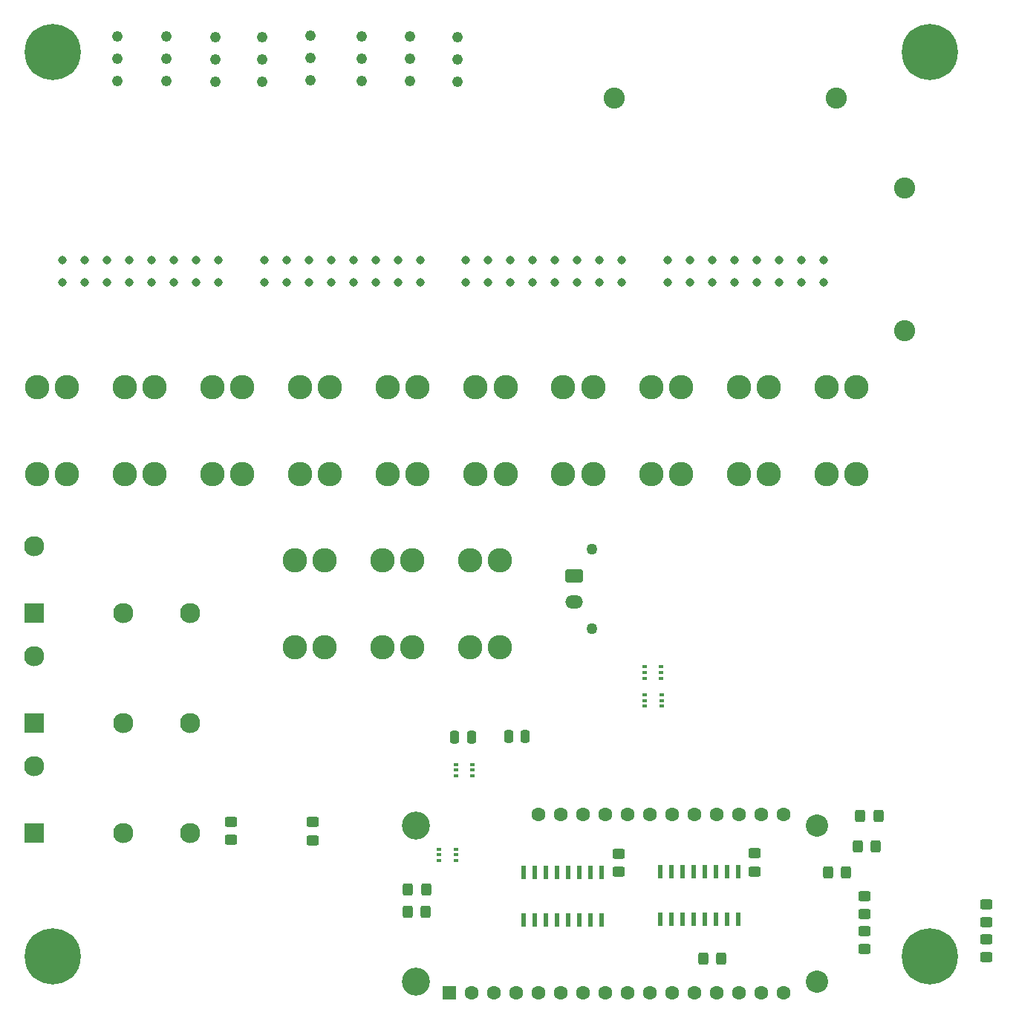
<source format=gbs>
%TF.GenerationSoftware,KiCad,Pcbnew,8.0.2*%
%TF.CreationDate,2024-05-16T19:26:28+09:30*%
%TF.ProjectId,power_and_monotoring,706f7765-725f-4616-9e64-5f6d6f6e6f74,rev?*%
%TF.SameCoordinates,Original*%
%TF.FileFunction,Soldermask,Bot*%
%TF.FilePolarity,Negative*%
%FSLAX46Y46*%
G04 Gerber Fmt 4.6, Leading zero omitted, Abs format (unit mm)*
G04 Created by KiCad (PCBNEW 8.0.2) date 2024-05-16 19:26:28*
%MOMM*%
%LPD*%
G01*
G04 APERTURE LIST*
G04 Aperture macros list*
%AMRoundRect*
0 Rectangle with rounded corners*
0 $1 Rounding radius*
0 $2 $3 $4 $5 $6 $7 $8 $9 X,Y pos of 4 corners*
0 Add a 4 corners polygon primitive as box body*
4,1,4,$2,$3,$4,$5,$6,$7,$8,$9,$2,$3,0*
0 Add four circle primitives for the rounded corners*
1,1,$1+$1,$2,$3*
1,1,$1+$1,$4,$5*
1,1,$1+$1,$6,$7*
1,1,$1+$1,$8,$9*
0 Add four rect primitives between the rounded corners*
20,1,$1+$1,$2,$3,$4,$5,0*
20,1,$1+$1,$4,$5,$6,$7,0*
20,1,$1+$1,$6,$7,$8,$9,0*
20,1,$1+$1,$8,$9,$2,$3,0*%
G04 Aperture macros list end*
%ADD10C,2.780000*%
%ADD11C,2.410000*%
%ADD12C,0.970000*%
%ADD13C,1.240000*%
%ADD14C,3.200000*%
%ADD15C,2.540000*%
%ADD16R,1.600000X1.600000*%
%ADD17C,1.600000*%
%ADD18C,0.800000*%
%ADD19C,6.400000*%
%ADD20R,2.300000X2.300000*%
%ADD21C,2.300000*%
%ADD22C,1.270000*%
%ADD23RoundRect,0.250001X-0.759999X0.499999X-0.759999X-0.499999X0.759999X-0.499999X0.759999X0.499999X0*%
%ADD24O,2.020000X1.500000*%
%ADD25RoundRect,0.250000X-0.450000X0.325000X-0.450000X-0.325000X0.450000X-0.325000X0.450000X0.325000X0*%
%ADD26RoundRect,0.249550X-0.450450X0.325450X-0.450450X-0.325450X0.450450X-0.325450X0.450450X0.325450X0*%
%ADD27R,0.600000X1.550000*%
%ADD28R,0.600000X0.420000*%
%ADD29RoundRect,0.250000X-0.325000X-0.450000X0.325000X-0.450000X0.325000X0.450000X-0.325000X0.450000X0*%
%ADD30RoundRect,0.249550X0.450450X-0.325450X0.450450X0.325450X-0.450450X0.325450X-0.450450X-0.325450X0*%
%ADD31RoundRect,0.250000X0.450000X-0.325000X0.450000X0.325000X-0.450000X0.325000X-0.450000X-0.325000X0*%
%ADD32RoundRect,0.250000X-0.250000X-0.475000X0.250000X-0.475000X0.250000X0.475000X-0.250000X0.475000X0*%
%ADD33RoundRect,0.250000X0.325000X0.450000X-0.325000X0.450000X-0.325000X-0.450000X0.325000X-0.450000X0*%
G04 APERTURE END LIST*
D10*
%TO.C,F13*%
X102530800Y-193291200D03*
X105930800Y-193291200D03*
X102530800Y-183371200D03*
X105930800Y-183371200D03*
%TD*%
D11*
%TO.C,J7*%
X118312400Y-150368000D03*
X143612400Y-150368000D03*
%TD*%
D12*
%TO.C,J5*%
X124415208Y-168887981D03*
X124415208Y-171427981D03*
X126955208Y-168887981D03*
X126955208Y-171427981D03*
X129495208Y-168887981D03*
X129495208Y-171427981D03*
X132035208Y-168887981D03*
X132035208Y-171427981D03*
X134575208Y-168887981D03*
X134575208Y-171427981D03*
X137115208Y-168887981D03*
X137115208Y-171427981D03*
X139655208Y-168887981D03*
X139655208Y-171427981D03*
X142195208Y-168887981D03*
X142195208Y-171427981D03*
%TD*%
%TO.C,J4*%
X101415208Y-168887981D03*
X101415208Y-171427981D03*
X103955208Y-168887981D03*
X103955208Y-171427981D03*
X106495208Y-168887981D03*
X106495208Y-171427981D03*
X109035208Y-168887981D03*
X109035208Y-171427981D03*
X111575208Y-168887981D03*
X111575208Y-171427981D03*
X114115208Y-168887981D03*
X114115208Y-171427981D03*
X116655208Y-168887981D03*
X116655208Y-171427981D03*
X119195208Y-168887981D03*
X119195208Y-171427981D03*
%TD*%
D10*
%TO.C,F16*%
X52530800Y-193291200D03*
X55930800Y-193291200D03*
X52530800Y-183371200D03*
X55930800Y-183371200D03*
%TD*%
%TO.C,F15*%
X101887600Y-212986000D03*
X105287600Y-212986000D03*
X101887600Y-203066000D03*
X105287600Y-203066000D03*
%TD*%
D13*
%TO.C,RL5*%
X83667600Y-148357690D03*
X83667600Y-145817690D03*
X83667600Y-143277690D03*
%TD*%
D10*
%TO.C,F10*%
X81887600Y-212986000D03*
X85287600Y-212986000D03*
X81887600Y-203066000D03*
X85287600Y-203066000D03*
%TD*%
D12*
%TO.C,J3*%
X78415208Y-168887981D03*
X78415208Y-171427981D03*
X80955208Y-168887981D03*
X80955208Y-171427981D03*
X83495208Y-168887981D03*
X83495208Y-171427981D03*
X86035208Y-168887981D03*
X86035208Y-171427981D03*
X88575208Y-168887981D03*
X88575208Y-171427981D03*
X91115208Y-168887981D03*
X91115208Y-171427981D03*
X93655208Y-168887981D03*
X93655208Y-171427981D03*
X96195208Y-168887981D03*
X96195208Y-171427981D03*
%TD*%
D14*
%TO.C,A1*%
X95758000Y-251053600D03*
D15*
X141478000Y-251053600D03*
D14*
X95758000Y-233273600D03*
D15*
X141478000Y-233273600D03*
D16*
X99568000Y-252323600D03*
D17*
X102108000Y-252323600D03*
X104648000Y-252323600D03*
X107188000Y-252323600D03*
X109728000Y-252323600D03*
X112268000Y-252323600D03*
X114808000Y-252323600D03*
X117348000Y-252323600D03*
X119888000Y-252323600D03*
X122428000Y-252323600D03*
X124968000Y-252323600D03*
X127508000Y-252323600D03*
X130048000Y-252323600D03*
X132588000Y-252323600D03*
X135128000Y-252323600D03*
X137668000Y-252323600D03*
X137668000Y-232003600D03*
X135128000Y-232003600D03*
X132588000Y-232003600D03*
X130048000Y-232003600D03*
X127508000Y-232003600D03*
X124968000Y-232003600D03*
X122428000Y-232003600D03*
X119888000Y-232003600D03*
X117348000Y-232003600D03*
X114808000Y-232003600D03*
X112268000Y-232003600D03*
X109728000Y-232003600D03*
%TD*%
D18*
%TO.C,H4*%
X51905208Y-248157981D03*
X52608152Y-246460925D03*
X52608152Y-249855037D03*
X54305208Y-245757981D03*
D19*
X54305208Y-248157981D03*
D18*
X54305208Y-250557981D03*
X56002264Y-246460925D03*
X56002264Y-249855037D03*
X56705208Y-248157981D03*
%TD*%
D10*
%TO.C,F11*%
X91887600Y-212986000D03*
X95287600Y-212986000D03*
X91887600Y-203066000D03*
X95287600Y-203066000D03*
%TD*%
D20*
%TO.C,K2*%
X52222400Y-221592000D03*
D21*
X62382400Y-221592000D03*
X70002400Y-221592000D03*
X52222400Y-213972000D03*
%TD*%
D13*
%TO.C,RL4*%
X78181200Y-148539200D03*
X78181200Y-145999200D03*
X78181200Y-143459200D03*
%TD*%
D12*
%TO.C,J2*%
X55415208Y-168887981D03*
X55415208Y-171427981D03*
X57955208Y-168887981D03*
X57955208Y-171427981D03*
X60495208Y-168887981D03*
X60495208Y-171427981D03*
X63035208Y-168887981D03*
X63035208Y-171427981D03*
X65575208Y-168887981D03*
X65575208Y-171427981D03*
X68115208Y-168887981D03*
X68115208Y-171427981D03*
X70655208Y-168887981D03*
X70655208Y-171427981D03*
X73195208Y-168887981D03*
X73195208Y-171427981D03*
%TD*%
D18*
%TO.C,H3*%
X51905208Y-145157981D03*
X52608152Y-143460925D03*
X52608152Y-146855037D03*
X54305208Y-142757981D03*
D19*
X54305208Y-145157981D03*
D18*
X54305208Y-147557981D03*
X56002264Y-143460925D03*
X56002264Y-146855037D03*
X56705208Y-145157981D03*
%TD*%
D10*
%TO.C,F3*%
X92530800Y-193291200D03*
X95930800Y-193291200D03*
X92530800Y-183371200D03*
X95930800Y-183371200D03*
%TD*%
%TO.C,F4*%
X112530800Y-193291200D03*
X115930800Y-193291200D03*
X112530800Y-183371200D03*
X115930800Y-183371200D03*
%TD*%
D13*
%TO.C,RL8*%
X95046800Y-148488400D03*
X95046800Y-145948400D03*
X95046800Y-143408400D03*
%TD*%
D18*
%TO.C,H1*%
X151905208Y-145157981D03*
X152608152Y-143460925D03*
X152608152Y-146855037D03*
X154305208Y-142757981D03*
D19*
X154305208Y-145157981D03*
D18*
X154305208Y-147557981D03*
X156002264Y-143460925D03*
X156002264Y-146855037D03*
X156705208Y-145157981D03*
%TD*%
D11*
%TO.C,J6*%
X151434800Y-160612450D03*
X151434800Y-176912450D03*
%TD*%
D10*
%TO.C,F1*%
X72530800Y-193291200D03*
X75930800Y-193291200D03*
X72530800Y-183371200D03*
X75930800Y-183371200D03*
%TD*%
D13*
%TO.C,RL6*%
X89560400Y-148437600D03*
X89560400Y-145897600D03*
X89560400Y-143357600D03*
%TD*%
%TO.C,RL2*%
X67259200Y-148437600D03*
X67259200Y-145897600D03*
X67259200Y-143357600D03*
%TD*%
D18*
%TO.C,H2*%
X151905208Y-248157981D03*
X152608152Y-246460925D03*
X152608152Y-249855037D03*
X154305208Y-245757981D03*
D19*
X154305208Y-248157981D03*
D18*
X154305208Y-250557981D03*
X156002264Y-246460925D03*
X156002264Y-249855037D03*
X156705208Y-248157981D03*
%TD*%
D22*
%TO.C,J1*%
X115752000Y-201822800D03*
X115752000Y-210822800D03*
D23*
X113792000Y-204822800D03*
D24*
X113792000Y-207822800D03*
%TD*%
D13*
%TO.C,RL3*%
X72898000Y-148539200D03*
X72898000Y-145999200D03*
X72898000Y-143459200D03*
%TD*%
D10*
%TO.C,F9*%
X132530800Y-193291200D03*
X135930800Y-193291200D03*
X132530800Y-183371200D03*
X135930800Y-183371200D03*
%TD*%
D13*
%TO.C,RL7*%
X100482400Y-148539200D03*
X100482400Y-145999200D03*
X100482400Y-143459200D03*
%TD*%
D10*
%TO.C,F2*%
X82530800Y-193291200D03*
X85930800Y-193291200D03*
X82530800Y-183371200D03*
X85930800Y-183371200D03*
%TD*%
D20*
%TO.C,K3*%
X52222400Y-234142000D03*
D21*
X62382400Y-234142000D03*
X70002400Y-234142000D03*
X52222400Y-226522000D03*
%TD*%
D10*
%TO.C,F8*%
X122530800Y-193291200D03*
X125930800Y-193291200D03*
X122530800Y-183371200D03*
X125930800Y-183371200D03*
%TD*%
%TO.C,F14*%
X142530800Y-193291200D03*
X145930800Y-193291200D03*
X142530800Y-183371200D03*
X145930800Y-183371200D03*
%TD*%
D20*
%TO.C,K1*%
X52222400Y-209042000D03*
D21*
X62382400Y-209042000D03*
X70002400Y-209042000D03*
X52222400Y-201422000D03*
%TD*%
D10*
%TO.C,F5*%
X62530800Y-193291200D03*
X65930800Y-193291200D03*
X62530800Y-183371200D03*
X65930800Y-183371200D03*
%TD*%
D13*
%TO.C,RL1*%
X61722000Y-148488400D03*
X61722000Y-145948400D03*
X61722000Y-143408400D03*
%TD*%
D25*
%TO.C,R48*%
X146862800Y-241304200D03*
X146862800Y-243354200D03*
%TD*%
D26*
%TO.C,C4*%
X74676000Y-232858200D03*
D25*
X74676000Y-234908200D03*
%TD*%
D27*
%TO.C,U11*%
X116865400Y-244050800D03*
X115595400Y-244050800D03*
X114325400Y-244050800D03*
X113055400Y-244050800D03*
X111785400Y-244050800D03*
X110515400Y-244050800D03*
X109245400Y-244050800D03*
X107975400Y-244050800D03*
X107975400Y-238650800D03*
X109245400Y-238650800D03*
X110515400Y-238650800D03*
X111785400Y-238650800D03*
X113055400Y-238650800D03*
X114325400Y-238650800D03*
X115595400Y-238650800D03*
X116865400Y-238650800D03*
%TD*%
D28*
%TO.C,D30*%
X123733600Y-218399600D03*
X123733600Y-219049600D03*
X123733600Y-219699600D03*
X121833600Y-219699600D03*
X121833600Y-219049600D03*
X121833600Y-218399600D03*
%TD*%
D29*
%TO.C,R8*%
X146091800Y-235661200D03*
X148141800Y-235661200D03*
%TD*%
D25*
%TO.C,R47*%
X160731200Y-246247200D03*
X160731200Y-248297200D03*
%TD*%
D28*
%TO.C,D28*%
X100279200Y-235966000D03*
X100279200Y-236616000D03*
X100279200Y-237266000D03*
X98379200Y-237266000D03*
X98379200Y-236616000D03*
X98379200Y-235966000D03*
%TD*%
%TO.C,D31*%
X123682800Y-215199200D03*
X123682800Y-215849200D03*
X123682800Y-216499200D03*
X121782800Y-216499200D03*
X121782800Y-215849200D03*
X121782800Y-215199200D03*
%TD*%
D27*
%TO.C,U12*%
X132461000Y-243949200D03*
X131191000Y-243949200D03*
X129921000Y-243949200D03*
X128651000Y-243949200D03*
X127381000Y-243949200D03*
X126111000Y-243949200D03*
X124841000Y-243949200D03*
X123571000Y-243949200D03*
X123571000Y-238549200D03*
X124841000Y-238549200D03*
X126111000Y-238549200D03*
X127381000Y-238549200D03*
X128651000Y-238549200D03*
X129921000Y-238549200D03*
X131191000Y-238549200D03*
X132461000Y-238549200D03*
%TD*%
D30*
%TO.C,C19*%
X134315200Y-238515000D03*
D31*
X134315200Y-236465000D03*
%TD*%
D25*
%TO.C,R49*%
X146862800Y-245304200D03*
X146862800Y-247354200D03*
%TD*%
D32*
%TO.C,C14*%
X100142000Y-223215200D03*
X102042000Y-223215200D03*
%TD*%
%TO.C,C15*%
X106304000Y-223113600D03*
X108204000Y-223113600D03*
%TD*%
D29*
%TO.C,R1*%
X146387600Y-232156000D03*
X148437600Y-232156000D03*
%TD*%
D26*
%TO.C,C5*%
X83972400Y-232909000D03*
D25*
X83972400Y-234959000D03*
%TD*%
D29*
%TO.C,R40*%
X128464200Y-248412000D03*
X130514200Y-248412000D03*
%TD*%
%TO.C,R4*%
X94834600Y-240538000D03*
X96884600Y-240538000D03*
%TD*%
%TO.C,R2*%
X142739000Y-238658400D03*
X144789000Y-238658400D03*
%TD*%
D28*
%TO.C,D29*%
X102179200Y-226314000D03*
X102179200Y-226964000D03*
X102179200Y-227614000D03*
X100279200Y-227614000D03*
X100279200Y-226964000D03*
X100279200Y-226314000D03*
%TD*%
D25*
%TO.C,R46*%
X160731200Y-242247200D03*
X160731200Y-244297200D03*
%TD*%
D33*
%TO.C,R6*%
X96833800Y-243078000D03*
X94783800Y-243078000D03*
%TD*%
D30*
%TO.C,C18*%
X118872000Y-238574800D03*
D31*
X118872000Y-236524800D03*
%TD*%
M02*

</source>
